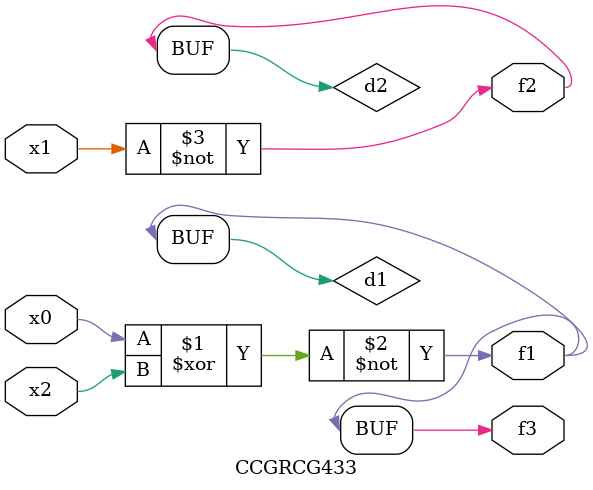
<source format=v>
module CCGRCG433(
	input x0, x1, x2,
	output f1, f2, f3
);

	wire d1, d2, d3;

	xnor (d1, x0, x2);
	nand (d2, x1);
	nor (d3, x1, x2);
	assign f1 = d1;
	assign f2 = d2;
	assign f3 = d1;
endmodule

</source>
